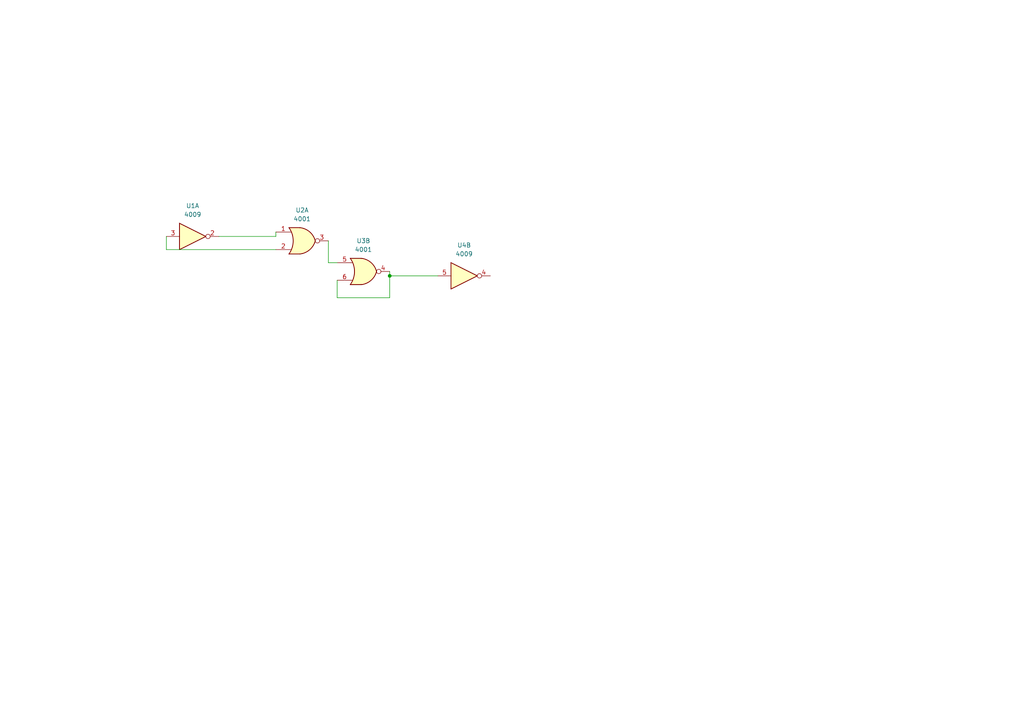
<source format=kicad_sch>
(kicad_sch (version 20230121) (generator eeschema)
  (paper "A4")
  (lib_symbols
    (symbol "4xxx:4001" (pin_names (offset 1.016))
      (property "Reference" "U" (at 0 1.27 0))
      (property "Value" "4001" (at 0 -1.27 0))
      (symbol "4001_1_1"
        (arc (start -3.81 -3.81) (mid -2.589 0) (end -3.81 3.81) (stroke (width 0.254)))
        (arc (start -0.6096 -3.81) (mid 2.1842 -2.5851) (end 3.81 0) (stroke (width 0.254)) (fill (type background)))
        (polyline (pts (xy -3.81 -3.81) (xy -0.635 -3.81)) (stroke (width 0.254)) (fill (type background)))
        (polyline (pts (xy -3.81 3.81) (xy -0.635 3.81)) (stroke (width 0.254)) (fill (type background)))
        (polyline (pts (xy -0.635 3.81) (xy -3.81 3.81) (xy -3.81 3.81) (xy -3.556 3.4036) (xy -3.0226 2.2606) (xy -2.6924 1.0414) (xy -2.6162 -0.254) (xy -2.7686 -1.4986) (xy -3.175 -2.7178) (xy -3.81 -3.81) (xy -3.81 -3.81) (xy -0.635 -3.81)) (stroke (width -25.4)) (fill (type background)))
        (arc (start 3.81 0) (mid 2.1915 2.5936) (end -0.6096 3.81) (stroke (width 0.254)) (fill (type background)))
        (pin input line (at -7.62 2.54 0) (length 4.318) (name "~") (number "1"))
        (pin input line (at -7.62 -2.54 0) (length 4.318) (name "~") (number "2"))
        (pin output inverted (at 7.62 0 180) (length 3.81) (name "~") (number "3"))
      )
      (symbol "4001_1_2"
        (arc (start 0 -3.81) (mid 3.7934 0) (end 0 3.81) (stroke (width 0.254)) (fill (type background)))
        (polyline (pts (xy 0 3.81) (xy -3.81 3.81) (xy -3.81 -3.81) (xy 0 -3.81)) (stroke (width 0.254)) (fill (type background)))
        (pin input inverted (at -7.62 2.54 0) (length 3.81) (name "~") (number "1"))
        (pin input inverted (at -7.62 -2.54 0) (length 3.81) (name "~") (number "2"))
        (pin output line (at 7.62 0 180) (length 3.81) (name "~") (number "3"))
      )
      (symbol "4001_2_1"
        (arc (start -3.81 -3.81) (mid -2.589 0) (end -3.81 3.81) (stroke (width 0.254)))
        (arc (start -0.6096 -3.81) (mid 2.1842 -2.5851) (end 3.81 0) (stroke (width 0.254)) (fill (type background)))
        (polyline (pts (xy -3.81 -3.81) (xy -0.635 -3.81)) (stroke (width 0.254)) (fill (type background)))
        (polyline (pts (xy -3.81 3.81) (xy -0.635 3.81)) (stroke (width 0.254)) (fill (type background)))
        (polyline (pts (xy -0.635 3.81) (xy -3.81 3.81) (xy -3.81 3.81) (xy -3.556 3.4036) (xy -3.0226 2.2606) (xy -2.6924 1.0414) (xy -2.6162 -0.254) (xy -2.7686 -1.4986) (xy -3.175 -2.7178) (xy -3.81 -3.81) (xy -3.81 -3.81) (xy -0.635 -3.81)) (stroke (width -25.4)) (fill (type background)))
        (arc (start 3.81 0) (mid 2.1915 2.5936) (end -0.6096 3.81) (stroke (width 0.254)) (fill (type background)))
        (pin output inverted (at 7.62 0 180) (length 3.81) (name "~") (number "4"))
        (pin input line (at -7.62 2.54 0) (length 4.318) (name "~") (number "5"))
        (pin input line (at -7.62 -2.54 0) (length 4.318) (name "~") (number "6"))
      )
      (symbol "4001_2_2"
        (arc (start 0 -3.81) (mid 3.7934 0) (end 0 3.81) (stroke (width 0.254)) (fill (type background)))
        (polyline (pts (xy 0 3.81) (xy -3.81 3.81) (xy -3.81 -3.81) (xy 0 -3.81)) (stroke (width 0.254)) (fill (type background)))
        (pin output line (at 7.62 0 180) (length 3.81) (name "~") (number "4"))
        (pin input inverted (at -7.62 2.54 0) (length 3.81) (name "~") (number "5"))
        (pin input inverted (at -7.62 -2.54 0) (length 3.81) (name "~") (number "6"))
      )
      (symbol "4001_3_1"
        (arc (start -3.81 -3.81) (mid -2.589 0) (end -3.81 3.81) (stroke (width 0.254)))
        (arc (start -0.6096 -3.81) (mid 2.1842 -2.5851) (end 3.81 0) (stroke (width 0.254)) (fill (type background)))
        (polyline (pts (xy -3.81 -3.81) (xy -0.635 -3.81)) (stroke (width 0.254)) (fill (type background)))
        (polyline (pts (xy -3.81 3.81) (xy -0.635 3.81)) (stroke (width 0.254)) (fill (type background)))
        (polyline (pts (xy -0.635 3.81) (xy -3.81 3.81) (xy -3.81 3.81) (xy -3.556 3.4036) (xy -3.0226 2.2606) (xy -2.6924 1.0414) (xy -2.6162 -0.254) (xy -2.7686 -1.4986) (xy -3.175 -2.7178) (xy -3.81 -3.81) (xy -3.81 -3.81) (xy -0.635 -3.81)) (stroke (width -25.4)) (fill (type background)))
        (arc (start 3.81 0) (mid 2.1915 2.5936) (end -0.6096 3.81) (stroke (width 0.254)) (fill (type background)))
        (pin output inverted (at 7.62 0 180) (length 3.81) (name "~") (number "10"))
        (pin input line (at -7.62 2.54 0) (length 4.318) (name "~") (number "8"))
        (pin input line (at -7.62 -2.54 0) (length 4.318) (name "~") (number "9"))
      )
      (symbol "4001_3_2"
        (arc (start 0 -3.81) (mid 3.7934 0) (end 0 3.81) (stroke (width 0.254)) (fill (type background)))
        (polyline (pts (xy 0 3.81) (xy -3.81 3.81) (xy -3.81 -3.81) (xy 0 -3.81)) (stroke (width 0.254)) (fill (type background)))
        (pin output line (at 7.62 0 180) (length 3.81) (name "~") (number "10"))
        (pin input inverted (at -7.62 2.54 0) (length 3.81) (name "~") (number "8"))
        (pin input inverted (at -7.62 -2.54 0) (length 3.81) (name "~") (number "9"))
      )
      (symbol "4001_4_1"
        (arc (start -3.81 -3.81) (mid -2.589 0) (end -3.81 3.81) (stroke (width 0.254)))
        (arc (start -0.6096 -3.81) (mid 2.1842 -2.5851) (end 3.81 0) (stroke (width 0.254)) (fill (type background)))
        (polyline (pts (xy -3.81 -3.81) (xy -0.635 -3.81)) (stroke (width 0.254)) (fill (type background)))
        (polyline (pts (xy -3.81 3.81) (xy -0.635 3.81)) (stroke (width 0.254)) (fill (type background)))
        (polyline (pts (xy -0.635 3.81) (xy -3.81 3.81) (xy -3.81 3.81) (xy -3.556 3.4036) (xy -3.0226 2.2606) (xy -2.6924 1.0414) (xy -2.6162 -0.254) (xy -2.7686 -1.4986) (xy -3.175 -2.7178) (xy -3.81 -3.81) (xy -3.81 -3.81) (xy -0.635 -3.81)) (stroke (width -25.4)) (fill (type background)))
        (arc (start 3.81 0) (mid 2.1915 2.5936) (end -0.6096 3.81) (stroke (width 0.254)) (fill (type background)))
        (pin output inverted (at 7.62 0 180) (length 3.81) (name "~") (number "11"))
        (pin input line (at -7.62 2.54 0) (length 4.318) (name "~") (number "12"))
        (pin input line (at -7.62 -2.54 0) (length 4.318) (name "~") (number "13"))
      )
      (symbol "4001_4_2"
        (arc (start 0 -3.81) (mid 3.7934 0) (end 0 3.81) (stroke (width 0.254)) (fill (type background)))
        (polyline (pts (xy 0 3.81) (xy -3.81 3.81) (xy -3.81 -3.81) (xy 0 -3.81)) (stroke (width 0.254)) (fill (type background)))
        (pin output line (at 7.62 0 180) (length 3.81) (name "~") (number "11"))
        (pin input inverted (at -7.62 2.54 0) (length 3.81) (name "~") (number "12"))
        (pin input inverted (at -7.62 -2.54 0) (length 3.81) (name "~") (number "13"))
      )
      (symbol "4001_5_0"
        (pin power_in line (at 0 12.7 270) (length 5.08) (name "VDD") (number "14"))
        (pin power_in line (at 0 -12.7 90) (length 5.08) (name "VSS") (number "7"))
      )
      (symbol "4001_5_1"
        (rectangle (start -5.08 7.62) (end 5.08 -7.62) (stroke (width 0.254)) (fill (type background)))
      )
    )
    (symbol "4xxx:4009" (pin_names (offset 1.016))
      (property "Reference" "U" (at 0 1.27 0))
      (property "Value" "4009" (at 0 -1.27 0))
      (symbol "4009_1_0"
        (polyline (pts (xy -3.81 3.81) (xy -3.81 -3.81) (xy 3.81 0) (xy -3.81 3.81)) (stroke (width 0.254)) (fill (type background)))
        (pin output inverted (at 7.62 0 180) (length 3.81) (name "~") (number "2"))
        (pin input line (at -7.62 0 0) (length 3.81) (name "~") (number "3"))
      )
      (symbol "4009_2_0"
        (polyline (pts (xy -3.81 3.81) (xy -3.81 -3.81) (xy 3.81 0) (xy -3.81 3.81)) (stroke (width 0.254)) (fill (type background)))
        (pin output inverted (at 7.62 0 180) (length 3.81) (name "~") (number "4"))
        (pin input line (at -7.62 0 0) (length 3.81) (name "~") (number "5"))
      )
      (symbol "4009_3_0"
        (polyline (pts (xy -3.81 3.81) (xy -3.81 -3.81) (xy 3.81 0) (xy -3.81 3.81)) (stroke (width 0.254)) (fill (type background)))
        (pin output inverted (at 7.62 0 180) (length 3.81) (name "~") (number "6"))
        (pin input line (at -7.62 0 0) (length 3.81) (name "~") (number "7"))
      )
      (symbol "4009_4_0"
        (polyline (pts (xy -3.81 3.81) (xy -3.81 -3.81) (xy 3.81 0) (xy -3.81 3.81)) (stroke (width 0.254)) (fill (type background)))
        (pin output inverted (at 7.62 0 180) (length 3.81) (name "~") (number "10"))
        (pin input line (at -7.62 0 0) (length 3.81) (name "~") (number "9"))
      )
      (symbol "4009_5_0"
        (polyline (pts (xy -3.81 3.81) (xy -3.81 -3.81) (xy 3.81 0) (xy -3.81 3.81)) (stroke (width 0.254)) (fill (type background)))
        (pin input line (at -7.62 0 0) (length 3.81) (name "~") (number "11"))
        (pin output inverted (at 7.62 0 180) (length 3.81) (name "~") (number "12"))
      )
      (symbol "4009_6_0"
        (polyline (pts (xy -3.81 3.81) (xy -3.81 -3.81) (xy 3.81 0) (xy -3.81 3.81)) (stroke (width 0.254)) (fill (type background)))
        (pin input line (at -7.62 0 0) (length 3.81) (name "~") (number "14"))
        (pin output inverted (at 7.62 0 180) (length 3.81) (name "~") (number "15"))
      )
      (symbol "4009_7_0"
        (pin power_in line (at 2.54 12.7 270) (length 5.08) (name "VCC") (number "1"))
        (pin power_in line (at -2.54 12.7 270) (length 5.08) (name "VDD") (number "16"))
        (pin power_in line (at 0 -12.7 90) (length 5.08) (name "VSS") (number "8"))
      )
      (symbol "4009_7_1"
        (rectangle (start -5.08 7.62) (end 5.08 -7.62) (stroke (width 0.254)) (fill (type background)))
      )
    )
  )
  (junction (at 113.03 80.01))
  (wire (pts (xy 113.03 80.01) (xy 113.03 86.36)))
  (wire (pts (xy 97.79 81.28) (xy 97.79 86.36)))
  (wire (pts (xy 95.25 69.85) (xy 95.25 76.2)))
  (wire (pts (xy 80.01 72.39) (xy 48.26 72.39)))
  (wire (pts (xy 63.5 68.58) (xy 80.01 68.58)))
  (wire (pts (xy 80.01 68.58) (xy 80.01 67.31)))
  (wire (pts (xy 127 80.01) (xy 113.03 80.01)))
  (wire (pts (xy 95.25 76.2) (xy 97.79 76.2)))
  (wire (pts (xy 113.03 78.74) (xy 113.03 80.01)))
  (wire (pts (xy 48.26 72.39) (xy 48.26 68.58)))
  (wire (pts (xy 97.79 86.36) (xy 113.03 86.36)))
  (symbol (lib_id "4xxx:4001") (at 105.41 78.74 0) (unit 2)
    (property "Reference" "U3" (at 105.41 69.85 0))
    (property "Value" "4001" (at 105.41 72.39 0))
    (property "Datasheet" "http://www.intersil.com/content/dam/Intersil/documents/cd40/cd4000bms-01bms-02bms-25bms.pdf" (effects hide))
  )
  (symbol (lib_id "4xxx:4001") (at 87.63 69.85 0) (unit 1)
    (property "Reference" "U2" (at 87.63 60.96 0))
    (property "Value" "4001" (at 87.63 63.5 0))
    (property "Datasheet" "http://www.intersil.com/content/dam/Intersil/documents/cd40/cd4000bms-01bms-02bms-25bms.pdf" (effects hide))
  )
  (symbol (lib_id "4xxx:4009") (at 134.62 80.01 0) (unit 2)
    (property "Reference" "U4" (at 134.62 71.12 0))
    (property "Value" "4009" (at 134.62 73.66 0))
    (property "Datasheet" "http://www.sycelectronica.com.ar/semiconductores/CD4009.pdf" (effects hide))
  )
  (symbol (lib_id "4xxx:4009") (at 55.88 68.58 0) (unit 1)
    (property "Reference" "U1" (at 55.88 59.69 0))
    (property "Value" "4009" (at 55.88 62.23 0))
    (property "Datasheet" "http://www.sycelectronica.com.ar/semiconductores/CD4009.pdf" (effects hide))
  )
)
</source>
